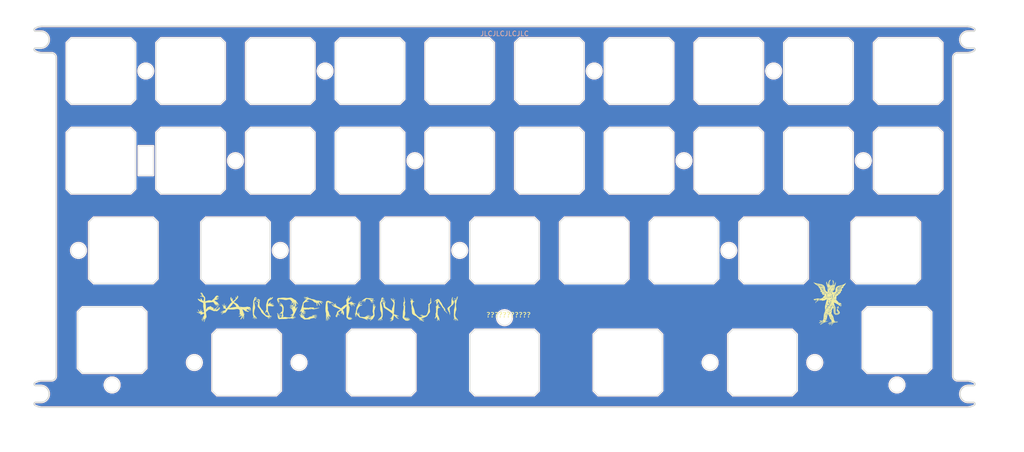
<source format=kicad_pcb>
(kicad_pcb (version 20221018) (generator pcbnew)
  (layers (0 "F.Cu" signal) (31 "B.Cu" signal) (34 "B.Paste" user) (35 "F.Paste" user) (36 "B.SilkS" user "B.Silkscreen") (37 "F.SilkS" user "F.Silkscreen") (38 "B.Mask" user) (39 "F.Mask" user) (44 "Edge.Cuts" user))
  (net 0 "")
  (net 1 "GND")
  (footprint "cipulot_parts:ecs_plate_cut_1U" (layer "F.Cu") (at 41.275 33.3375)
    (fp_text reference "REF**")
    (fp_text value "Value " hide)
    (fp_line (start -7.3 -6) (end -7.3 6) (stroke (width 0.12)) (layer "Edge.Cuts"))
    (fp_line (start -7.3 6) (end -6.3 7) (stroke (width 0.12)) (layer "Edge.Cuts"))
    (fp_line (start -6.3 -7) (end -7.3 -6) (stroke (width 0.12)) (layer "Edge.Cuts"))
    (fp_line (start -6.3 7) (end 6.3 7) (stroke (width 0.12)) (layer "Edge.Cuts"))
    (fp_line (start 6.3 -7) (end -6.3 -7) (stroke (width 0.12)) (layer "Edge.Cuts"))
    (fp_line (start 6.3 -7) (end 7.3 -6) (stroke (width 0.12)) (layer "Edge.Cuts"))
    (fp_line (start 6.3 7) (end 7.3 6) (stroke (width 0.12)) (layer "Edge.Cuts"))
    (fp_line (start 7.3 6) (end 7.3 -6) (stroke (width 0.12)) (layer "Edge.Cuts"))
  )
  (footprint "cipulot_parts:ecs_plate_cut_1U" (layer "F.Cu") (at 60.325 52.3875)
    (fp_text reference "REF**")
    (fp_text value "Value " hide)
    (fp_line (start -7.3 -6) (end -7.3 6) (stroke (width 0.12)) (layer "Edge.Cuts"))
    (fp_line (start -7.3 6) (end -6.3 7) (stroke (width 0.12)) (layer "Edge.Cuts"))
    (fp_line (start -6.3 -7) (end -7.3 -6) (stroke (width 0.12)) (layer "Edge.Cuts"))
    (fp_line (start -6.3 7) (end 6.3 7) (stroke (width 0.12)) (layer "Edge.Cuts"))
    (fp_line (start 6.3 -7) (end -6.3 -7) (stroke (width 0.12)) (layer "Edge.Cuts"))
    (fp_line (start 6.3 -7) (end 7.3 -6) (stroke (width 0.12)) (layer "Edge.Cuts"))
    (fp_line (start 6.3 7) (end 7.3 6) (stroke (width 0.12)) (layer "Edge.Cuts"))
    (fp_line (start 7.3 6) (end 7.3 -6) (stroke (width 0.12)) (layer "Edge.Cuts"))
  )
  (footprint "cipulot_parts:ecs_plate_cut_1U" (layer "F.Cu") (at 127 95.25)
    (fp_text reference "REF**")
    (fp_text value "Value " hide)
    (fp_line (start -7.3 -6) (end -7.3 6) (stroke (width 0.12)) (layer "Edge.Cuts"))
    (fp_line (start -7.3 6) (end -6.3 7) (stroke (width 0.12)) (layer "Edge.Cuts"))
    (fp_line (start -6.3 -7) (end -7.3 -6) (stroke (width 0.12)) (layer "Edge.Cuts"))
    (fp_line (start -6.3 7) (end 6.3 7) (stroke (width 0.12)) (layer "Edge.Cuts"))
    (fp_line (start 6.3 -7) (end -6.3 -7) (stroke (width 0.12)) (layer "Edge.Cuts"))
    (fp_line (start 6.3 -7) (end 7.3 -6) (stroke (width 0.12)) (layer "Edge.Cuts"))
    (fp_line (start 6.3 7) (end 7.3 6) (stroke (width 0.12)) (layer "Edge.Cuts"))
    (fp_line (start 7.3 6) (end 7.3 -6) (stroke (width 0.12)) (layer "Edge.Cuts"))
  )
  (footprint "cipulot_parts:ecs_plate_cut_1U" (layer "F.Cu") (at 60.325 33.3375)
    (fp_text reference "REF**")
    (fp_text value "Value " hide)
    (fp_line (start -7.3 -6) (end -7.3 6) (stroke (width 0.12)) (layer "Edge.Cuts"))
    (fp_line (start -7.3 6) (end -6.3 7) (stroke (width 0.12)) (layer "Edge.Cuts"))
    (fp_line (start -6.3 -7) (end -7.3 -6) (stroke (width 0.12)) (layer "Edge.Cuts"))
    (fp_line (start -6.3 7) (end 6.3 7) (stroke (width 0.12)) (layer "Edge.Cuts"))
    (fp_line (start 6.3 -7) (end -6.3 -7) (stroke (width 0.12)) (layer "Edge.Cuts"))
    (fp_line (start 6.3 -7) (end 7.3 -6) (stroke (width 0.12)) (layer "Edge.Cuts"))
    (fp_line (start 6.3 7) (end 7.3 6) (stroke (width 0.12)) (layer "Edge.Cuts"))
    (fp_line (start 7.3 6) (end 7.3 -6) (stroke (width 0.12)) (layer "Edge.Cuts"))
  )
  (footprint "cipulot_parts:ecs_plate_cut_1U" (layer "F.Cu") (at 212.725 33.3375)
    (fp_text reference "REF**")
    (fp_text value "Value " hide)
    (fp_line (start -7.3 -6) (end -7.3 6) (stroke (width 0.12)) (layer "Edge.Cuts"))
    (fp_line (start -7.3 6) (end -6.3 7) (stroke (width 0.12)) (layer "Edge.Cuts"))
    (fp_line (start -6.3 -7) (end -7.3 -6) (stroke (width 0.12)) (layer "Edge.Cuts"))
    (fp_line (start -6.3 7) (end 6.3 7) (stroke (width 0.12)) (layer "Edge.Cuts"))
    (fp_line (start 6.3 -7) (end -6.3 -7) (stroke (width 0.12)) (layer "Edge.Cuts"))
    (fp_line (start 6.3 -7) (end 7.3 -6) (stroke (width 0.12)) (layer "Edge.Cuts"))
    (fp_line (start 6.3 7) (end 7.3 6) (stroke (width 0.12)) (layer "Edge.Cuts"))
    (fp_line (start 7.3 6) (end 7.3 -6) (stroke (width 0.12)) (layer "Edge.Cuts"))
  )
  (footprint "cipulot_parts:ecs_plate_cut_1U" (layer "F.Cu") (at 146.05 71.4375)
    (fp_text reference "REF**")
    (fp_text value "Value " hide)
    (fp_line (start -7.3 -6) (end -7.3 6) (stroke (width 0.12)) (layer "Edge.Cuts"))
    (fp_line (start -7.3 6) (end -6.3 7) (stroke (width 0.12)) (layer "Edge.Cuts"))
    (fp_line (start -6.3 -7) (end -7.3 -6) (stroke (width 0.12)) (layer "Edge.Cuts"))
    (fp_line (start -6.3 7) (end 6.3 7) (stroke (width 0.12)) (layer "Edge.Cuts"))
    (fp_line (start 6.3 -7) (end -6.3 -7) (stroke (width 0.12)) (layer "Edge.Cuts"))
    (fp_line (start 6.3 -7) (end 7.3 -6) (stroke (width 0.12)) (layer "Edge.Cuts"))
    (fp_line (start 6.3 7) (end 7.3 6) (stroke (width 0.12)) (layer "Edge.Cuts"))
    (fp_line (start 7.3 6) (end 7.3 -6) (stroke (width 0.12)) (layer "Edge.Cuts"))
  )
  (footprint "cipulot_parts:ecs_plate_cut_1U" (layer "F.Cu") (at 46.0375 71.4375)
    (fp_text reference "REF**")
    (fp_text value "Value " hide)
    (fp_line (start -7.3 -6) (end -7.3 6) (stroke (width 0.12)) (layer "Edge.Cuts"))
    (fp_line (start -7.3 6) (end -6.3 7) (stroke (width 0.12)) (layer "Edge.Cuts"))
    (fp_line (start -6.3 -7) (end -7.3 -6) (stroke (width 0.12)) (layer "Edge.Cuts"))
    (fp_line (start -6.3 7) (end 6.3 7) (stroke (width 0.12)) (layer "Edge.Cuts"))
    (fp_line (start 6.3 -7) (end -6.3 -7) (stroke (width 0.12)) (layer "Edge.Cuts"))
    (fp_line (start 6.3 -7) (end 7.3 -6) (stroke (width 0.12)) (layer "Edge.Cuts"))
    (fp_line (start 6.3 7) (end 7.3 6) (stroke (width 0.12)) (layer "Edge.Cuts"))
    (fp_line (start 7.3 6) (end 7.3 -6) (stroke (width 0.12)) (layer "Edge.Cuts"))
  )
  (footprint "LOGO" (layer "F.Cu") (at 196.05625 82.55)
    (fp_text reference "G***" hide)
    (fp_text value "LOGO" hide)
  )
  (footprint "cipulot_parts:ecs_plate_cut_1U" (layer "F.Cu") (at 88.9 71.4375)
    (fp_text reference "REF**")
    (fp_text value "Value " hide)
    (fp_line (start -7.3 -6) (end -7.3 6) (stroke (width 0.12)) (layer "Edge.Cuts"))
    (fp_line (start -7.3 6) (end -6.3 7) (stroke (width 0.12)) (layer "Edge.Cuts"))
    (fp_line (start -6.3 -7) (end -7.3 -6) (stroke (width 0.12)) (layer "Edge.Cuts"))
    (fp_line (start -6.3 7) (end 6.3 7) (stroke (width 0.12)) (layer "Edge.Cuts"))
    (fp_line (start 6.3 -7) (end -6.3 -7) (stroke (width 0.12)) (layer "Edge.Cuts"))
    (fp_line (start 6.3 -7) (end 7.3 -6) (stroke (width 0.12)) (layer "Edge.Cuts"))
    (fp_line (start 6.3 7) (end 7.3 6) (stroke (width 0.12)) (layer "Edge.Cuts"))
    (fp_line (start 7.3 6) (end 7.3 -6) (stroke (width 0.12)) (layer "Edge.Cuts"))
  )
  (footprint "cipulot_parts:ecs_plate_cut_1U" (layer "F.Cu") (at 117.475 33.3375)
    (fp_text reference "REF**")
    (fp_text value "Value " hide)
    (fp_line (start -7.3 -6) (end -7.3 6) (stroke (width 0.12)) (layer "Edge.Cuts"))
    (fp_line (start -7.3 6) (end -6.3 7) (stroke (width 0.12)) (layer "Edge.Cuts"))
    (fp_line (start -6.3 -7) (end -7.3 -6) (stroke (width 0.12)) (layer "Edge.Cuts"))
    (fp_line (start -6.3 7) (end 6.3 7) (stroke (width 0.12)) (layer "Edge.Cuts"))
    (fp_line (start 6.3 -7) (end -6.3 -7) (stroke (width 0.12)) (layer "Edge.Cuts"))
    (fp_line (start 6.3 -7) (end 7.3 -6) (stroke (width 0.12)) (layer "Edge.Cuts"))
    (fp_line (start 6.3 7) (end 7.3 6) (stroke (width 0.12)) (layer "Edge.Cuts"))
    (fp_line (start 7.3 6) (end 7.3 -6) (stroke (width 0.12)) (layer "Edge.Cuts"))
  )
  (footprint "cipulot_parts:ecs_plate_cut_1U" (layer "F.Cu") (at 79.375 52.3875)
    (fp_text reference "REF**")
    (fp_text value "Value " hide)
    (fp_line (start -7.3 -6) (end -7.3 6) (stroke (width 0.12)) (layer "Edge.Cuts"))
    (fp_line (start -7.3 6) (end -6.3 7) (stroke (width 0.12)) (layer "Edge.Cuts"))
    (fp_line (start -6.3 -7) (end -7.3 -6) (stroke (width 0.12)) (layer "Edge.Cuts"))
    (fp_line (start -6.3 7) (end 6.3 7) (stroke (width 0.12)) (layer "Edge.Cuts"))
    (fp_line (start 6.3 -7) (end -6.3 -7) (stroke (width 0.12)) (layer "Edge.Cuts"))
    (fp_line (start 6.3 -7) (end 7.3 -6) (stroke (width 0.12)) (layer "Edge.Cuts"))
    (fp_line (start 6.3 7) (end 7.3 6) (stroke (width 0.12)) (layer "Edge.Cuts"))
    (fp_line (start 7.3 6) (end 7.3 -6) (stroke (width 0.12)) (layer "Edge.Cuts"))
  )
  (footprint "cipulot_parts:ecs_plate_cut_1U" (layer "F.Cu") (at 193.675 52.3875)
    (fp_text reference "REF**")
    (fp_text value "Value " hide)
    (fp_line (start -7.3 -6) (end -7.3 6) (stroke (width 0.12)) (layer "Edge.Cuts"))
    (fp_line (start -7.3 6) (end -6.3 7) (stroke (width 0.12)) (layer "Edge.Cuts"))
    (fp_line (start -6.3 -7) (end -7.3 -6) (stroke (width 0.12)) (layer "Edge.Cuts"))
    (fp_line (start -6.3 7) (end 6.3 7) (stroke (width 0.12)) (layer "Edge.Cuts"))
    (fp_line (start 6.3 -7) (end -6.3 -7) (stroke (width 0.12)) (layer "Edge.Cuts"))
    (fp_line (start 6.3 -7) (end 7.3 -6) (stroke (width 0.12)) (layer "Edge.Cuts"))
    (fp_line (start 6.3 7) (end 7.3 6) (stroke (width 0.12)) (layer "Edge.Cuts"))
    (fp_line (start 7.3 6) (end 7.3 -6) (stroke (width 0.12)) (layer "Edge.Cuts"))
  )
  (footprint "cipulot_parts:ecs_plate_cut_1U" (layer "F.Cu") (at 98.425 52.3875)
    (fp_text reference "REF**")
    (fp_text value "Value " hide)
    (fp_line (start -7.3 -6) (end -7.3 6) (stroke (width 0.12)) (layer "Edge.Cuts"))
    (fp_line (start -7.3 6) (end -6.3 7) (stroke (width 0.12)) (layer "Edge.Cuts"))
    (fp_line (start -6.3 -7) (end -7.3 -6) (stroke (width 0.12)) (layer "Edge.Cuts"))
    (fp_line (start -6.3 7) (end 6.3 7) (stroke (width 0.12)) (layer "Edge.Cuts"))
    (fp_line (start 6.3 -7) (end -6.3 -7) (stroke (width 0.12)) (layer "Edge.Cuts"))
    (fp_line (start 6.3 -7) (end 7.3 -6) (stroke (width 0.12)) (layer "Edge.Cuts"))
    (fp_line (start 6.3 7) (end 7.3 6) (stroke (width 0.12)) (layer "Edge.Cuts"))
    (fp_line (start 7.3 6) (end 7.3 -6) (stroke (width 0.12)) (layer "Edge.Cuts"))
  )
  (footprint "cipulot_parts:ecs_plate_cut_1U" (layer "F.Cu") (at 107.95 71.4375)
    (fp_text reference "REF**")
    (fp_text value "Value " hide)
    (fp_line (start -7.3 -6) (end -7.3 6) (stroke (width 0.12)) (layer "Edge.Cuts"))
    (fp_line (start -7.3 6) (end -6.3 7) (stroke (width 0.12)) (layer "Edge.Cuts"))
    (fp_line (start -6.3 -7) (end -7.3 -6) (stroke (width 0.12)) (layer "Edge.Cuts"))
    (fp_line (start -6.3 7) (end 6.3 7) (stroke (width 0.12)) (layer "Edge.Cuts"))
    (fp_line (start 6.3 -7) (end -6.3 -7) (stroke (width 0.12)) (layer "Edge.Cuts"))
    (fp_line (start 6.3 -7) (end 7.3 -6) (stroke (width 0.12)) (layer "Edge.Cuts"))
    (fp_line (start 6.3 7) (end 7.3 6) (stroke (width 0.12)) (layer "Edge.Cuts"))
    (fp_line (start 7.3 6) (end 7.3 -6) (stroke (width 0.12)) (layer "Edge.Cuts"))
  )
  (footprint "LOGO" (layer "F.Cu") (at 88.9 83.34375)
    (fp_text reference "G***" hide)
    (fp_text value "LOGO" hide)
  )
  (footprint "cipulot_parts:ecs_plate_cut_1U" (layer "F.Cu") (at 72.23125 95.25)
    (fp_text reference "REF**")
    (fp_text value "Value " hide)
    (fp_line (start -7.3 -6) (end -7.3 6) (stroke (width 0.12)) (layer "Edge.Cuts"))
    (fp_line (start -7.3 6) (end -6.3 7) (stroke (width 0.12)) (layer "Edge.Cuts"))
    (fp_line (start -6.3 -7) (end -7.3 -6) (stroke (width 0.12)) (layer "Edge.Cuts"))
    (fp_line (start -6.3 7) (end 6.3 7) (stroke (width 0.12)) (layer "Edge.Cuts"))
    (fp_line (start 6.3 -7) (end -6.3 -7) (stroke (width 0.12)) (layer "Edge.Cuts"))
    (fp_line (start 6.3 -7) (end 7.3 -6) (stroke (width 0.12)) (layer "Edge.Cuts"))
    (fp_line (start 6.3 7) (end 7.3 6) (stroke (width 0.12)) (layer "Edge.Cuts"))
    (fp_line (start 7.3 6) (end 7.3 -6) (stroke (width 0.12)) (layer "Edge.Cuts"))
  )
  (footprint "cipulot_parts:ecs_plate_cut_1U" (layer "F.Cu") (at 210.34375 90.4875)
    (fp_text reference "REF**")
    (fp_text value "Value " hide)
    (fp_line (start -7.3 -6) (end -7.3 6) (stroke (width 0.12)) (layer "Edge.Cuts"))
    (fp_line (start -7.3 6) (end -6.3 7) (stroke (width 0.12)) (layer "Edge.Cuts"))
    (fp_line (start -6.3 -7) (end -7.3 -6) (stroke (width 0.12)) (layer "Edge.Cuts"))
    (fp_line (start -6.3 7) (end 6.3 7) (stroke (width 0.12)) (layer "Edge.Cuts"))
    (fp_line (start 6.3 -7) (end -6.3 -7) (stroke (width 0.12)) (layer "Edge.Cuts"))
    (fp_line (start 6.3 -7) (end 7.3 -6) (stroke (width 0.12)) (layer "Edge.Cuts"))
    (fp_line (start 6.3 7) (end 7.3 6) (stroke (width 0.12)) (layer "Edge.Cuts"))
    (fp_line (start 7.3 6) (end 7.3 -6) (stroke (width 0.12)) (layer "Edge.Cuts"))
  )
  (footprint "cipulot_parts:ecs_plate_cut_1U" (layer "F.Cu") (at 174.625 33.3375)
    (fp_text reference "REF**")
    (fp_text value "Value " hide)
    (fp_line (start -7.3 -6) (end -7.3 6) (stroke (width 0.12)) (layer "Edge.Cuts"))
    (fp_line (start -7.3 6) (end -6.3 7) (stroke (width 0.12)) (layer "Edge.Cuts"))
    (fp_line (start -6.3 -7) (end -7.3 -6) (stroke (width 0.12)) (layer "Edge.Cuts"))
    (fp_line (start -6.3 7) (end 6.3 7) (stroke (width 0.12)) (layer "Edge.Cuts"))
    (fp_line (start 6.3 -7) (end -6.3 -7) (stroke (width 0.12)) (layer "Edge.Cuts"))
    (fp_line (start 6.3 -7) (end 7.3 -6) (stroke (width 0.12)) (layer "Edge.Cuts"))
    (fp_line (start 6.3 7) (end 7.3 6) (stroke (width 0.12)) (layer "Edge.Cuts"))
    (fp_line (start 7.3 6) (end 7.3 -6) (stroke (width 0.12)) (layer "Edge.Cuts"))
  )
  (footprint "cipulot_parts:ecs_plate_cut_1U" (layer "F.Cu") (at 207.9625 71.4375)
    (fp_text reference "REF**")
    (fp_text value "Value " hide)
    (fp_line (start -7.3 -6) (end -7.3 6) (stroke (width 0.12)) (layer "Edge.Cuts"))
    (fp_line (start -7.3 6) (end -6.3 7) (stroke (width 0.12)) (layer "Edge.Cuts"))
    (fp_line (start -6.3 -7) (end -7.3 -6) (stroke (width 0.12)) (layer "Edge.Cuts"))
    (fp_line (start -6.3 7) (end 6.3 7) (stroke (width 0.12)) (layer "Edge.Cuts"))
    (fp_line (start 6.3 -7) (end -6.3 -7) (stroke (width 0.12)) (layer "Edge.Cuts"))
    (fp_line (start 6.3 -7) (end 7.3 -6) (stroke (width 0.12)) (layer "Edge.Cuts"))
    (fp_line (start 6.3 7) (end 7.3 6) (stroke (width 0.12)) (layer "Edge.Cuts"))
    (fp_line (start 7.3 6) (end 7.3 -6) (stroke (width 0.12)) (layer "Edge.Cuts"))
  )
  (footprint "cipulot_parts:ecs_plate_cut_1U" (layer "F.Cu") (at 69.85 71.4375)
    (fp_text reference "REF**")
    (fp_text value "Value " hide)
    (fp_line (start -7.3 -6) (end -7.3 6) (stroke (width 0.12)) (layer "Edge.Cuts"))
    (fp_line (start -7.3 6) (end -6.3 7) (stroke (width 0.12)) (layer "Edge.Cuts"))
    (fp_line (start -6.3 -7) (end -7.3 -6) (stroke (width 0.12)) (layer "Edge.Cuts"))
    (fp_line (start -6.3 7) (end 6.3 7) (stroke (width 0.12)) (layer "Edge.Cuts"))
    (fp_line (start 6.3 -7) (end -6.3 -7) (stroke (width 0.12)) (layer "Edge.Cuts"))
    (fp_line (start 6.3 -7) (end 7.3 -6) (stroke (width 0.12)) (layer "Edge.Cuts"))
    (fp_line (start 6.3 7) (end 7.3 6) (stroke (width 0.12)) (layer "Edge.Cuts"))
    (fp_line (start 7.3 6) (end 7.3 -6) (stroke (width 0.12)) (layer "Edge.Cuts"))
  )
  (footprint "cipulot_parts:ecs_plate_cut_1U" (layer "F.Cu") (at 43.65625 90.4875)
    (fp_text reference "REF**")
    (fp_text value "Value " hide)
    (fp_line (start -7.3 -6) (end -7.3 6) (stroke (width 0.12)) (layer "Edge.Cuts"))
    (fp_line (start -7.3 6) (end -6.3 7) (stroke (width 0.12)) (layer "Edge.Cuts"))
    (fp_line (start -6.3 -7) (end -7.3 -6) (stroke (width 0.12)) (layer "Edge.Cuts"))
    (fp_line (start -6.3 7) (end 6.3 7) (stroke (width 0.12)) (layer "Edge.Cuts"))
    (fp_line (start 6.3 -7) (end -6.3 -7) (stroke (width 0.12)) (layer "Edge.Cuts"))
    (fp_line (start 6.3 -7) (end 7.3 -6) (stroke (width 0.12)) (layer "Edge.Cuts"))
    (fp_line (start 6.3 7) (end 7.3 6) (stroke (width 0.12)) (layer "Edge.Cuts"))
    (fp_line (start 7.3 6) (end 7.3 -6) (stroke (width 0.12)) (layer "Edge.Cuts"))
  )
  (footprint "cipulot_parts:ecs_plate_cut_1U" (layer "F.Cu") (at 153.19375 95.25)
    (fp_text reference "REF**")
    (fp_text value "Value " hide)
    (fp_line (start -7.3 -6) (end -7.3 6) (stroke (width 0.12)) (layer "Edge.Cuts"))
    (fp_line (start -7.3 6) (end -6.3 7) (stroke (width 0.12)) (layer "Edge.Cuts"))
    (fp_line (start -6.3 -7) (end -7.3 -6) (stroke (width 0.12)) (layer "Edge.Cuts"))
    (fp_line (start -6.3 7) (end 6.3 7) (stroke (width 0.12)) (layer "Edge.Cuts"))
    (fp_line (start 6.3 -7) (end -6.3 -7) (stroke (width 0.12)) (layer "Edge.Cuts"))
    (fp_line (start 6.3 -7) (end 7.3 -6) (stroke (width 0.12)) (layer "Edge.Cuts"))
    (fp_line (start 6.3 7) (end 7.3 6) (stroke (width 0.12)) (layer "Edge.Cuts"))
    (fp_line (start 7.3 6) (end 7.3 -6) (stroke (width 0.12)) (layer "Edge.Cuts"))
  )
  (footprint "cipulot_parts:ecs_plate_cut_1U" (layer "F.Cu") (at 155.575 52.3875)
    (fp_text reference "REF**")
    (fp_text value "Value " hide)
    (fp_line (start -7.3 -6) (end -7.3 6) (stroke (width 0.12)) (layer "Edge.Cuts"))
    (fp_line (start -7.3 6) (end -6.3 7) (stroke (width 0.12)) (layer "Edge.Cuts"))
    (fp_line (start -6.3 -7) (end -7.3 -6) (stroke (width 0.12)) (layer "Edge.Cuts"))
    (fp_line (start -6.3 7) (end 6.3 7) (stroke (width 0.12)) (layer "Edge.Cuts"))
    (fp_line (start 6.3 -7) (end -6.3 -7) (stroke (width 0.12)) (layer "Edge.Cuts"))
    (fp_line (start 6.3 -7) (end 7.3 -6) (stroke (width 0.12)) (layer "Edge.Cuts"))
    (fp_line (start 6.3 7) (end 7.3 6) (stroke (width 0.12)) (layer "Edge.Cuts"))
    (fp_line (start 7.3 6) (end 7.3 -6) (stroke (width 0.12)) (layer "Edge.Cuts"))
  )
  (footprint "cipulot_parts:ecs_plate_cut_1U" (layer "F.Cu") (at 136.525 52.3875)
    (fp_text reference "REF**")
    (fp_text value "Value " hide)
    (fp_line (start -7.3 -6) (end -7.3 6) (stroke (width 0.12)) (layer "Edge.Cuts"))
    (fp_line (start -7.3 6) (end -6.3 7) (stroke (width 0.12)) (layer "Edge.Cuts"))
    (fp_line (start -6.3 -7) (end -7.3 -6) (stroke (width 0.12)) (layer "Edge.Cuts"))
    (fp_line (start -6.3 7) (end 6.3 7) (stroke (width 0.12)) (layer "Edge.Cuts"))
    (fp_line (start 6.3 -7) (end -6.3 -7) (stroke (width 0.12)) (layer "Edge.Cuts"))
    (fp_line (start 6.3 -7) (end 7.3 -6) (stroke (width 0.12)) (layer "Edge.Cuts"))
    (fp_line (start 6.3 7) (end 7.3 6) (stroke (width 0.12)) (layer "Edge.Cuts"))
    (fp_line (start 7.3 6) (end 7.3 -6) (stroke (width 0.12)) (layer "Edge.Cuts"))
  )
  (footprint "cipulot_parts:ecs_plate_cut_1U" (layer "F.Cu") (at 184.15 71.4375)
    (fp_text reference "REF**")
    (fp_text value "Value " hide)
    (fp_line (start -7.3 -6) (end -7.3 6) (stroke (width 0.12)) (layer "Edge.Cuts"))
    (fp_line (start -7.3 6) (end -6.3 7) (stroke (width 0.12)) (layer "Edge.Cuts"))
    (fp_line (start -6.3 -7) (end -7.3 -6) (stroke (width 0.12)) (layer "Edge.Cuts"))
    (fp_line (start -6.3 7) (end 6.3 7) (stroke (width 0.12)) (layer "Edge.Cuts"))
    (fp_line (start 6.3 -7) (end -6.3 -7) (stroke (width 0.12)) (layer "Edge.Cuts"))
    (fp_line (start 6.3 -7) (end 7.3 -6) (stroke (width 0.12)) (layer "Edge.Cuts"))
    (fp_line (start 6.3 7) (end 7.3 6) (stroke (width 0.12)) (layer "Edge.Cuts"))
    (fp_line (start 7.3 6) (end 7.3 -6) (stroke (width 0.12)) (layer "Edge.Cuts"))
  )
  (footprint "cipulot_parts:ecs_plate_cut_1U" (layer "F.Cu") (at 181.76875 95.25)
    (fp_text reference "REF**")
    (fp_text value "Value " hide)
    (fp_line (start -7.3 -6) (end -7.3 6) (stroke (width 0.12)) (layer "Edge.Cuts"))
    (fp_line (start -7.3 6) (end -6.3 7) (stroke (width 0.12)) (layer "Edge.Cuts"))
    (fp_line (start -6.3 -7) (end -7.3 -6) (stroke (width 0.12)) (layer "Edge.Cuts"))
    (fp_line (start -6.3 7) (end 6.3 7) (stroke (width 0.12)) (layer "Edge.Cuts"))
    (fp_line (start 6.3 -7) (end -6.3 -7) (stroke (width 0.12)) (layer "Edge.Cuts"))
    (fp_line (start 6.3 -7) (end 7.3 -6) (stroke (width 0.12)) (layer "Edge.Cuts"))
    (fp_line (start 6.3 7) (end 7.3 6) (stroke (width 0.12)) (layer "Edge.Cuts"))
    (fp_line (start 7.3 6) (end 7.3 -6) (stroke (width 0.12)) (layer "Edge.Cuts"))
  )
  (footprint "cipulot_parts:ecs_plate_cut_1U" (layer "F.Cu") (at 136.525 33.3375)
    (fp_text reference "REF**")
    (fp_text value "Value " hide)
    (fp_line (start -7.3 -6) (end -7.3 6) (stroke (width 0.12)) (layer "Edge.Cuts"))
    (fp_line (start -7.3 6) (end -6.3 7) (stroke (width 0.12)) (layer "Edge.Cuts"))
    (fp_line (start -6.3 -7) (end -7.3 -6) (stroke (width 0.12)) (layer "Edge.Cuts"))
    (fp_line (start -6.3 7) (end 6.3 7) (stroke (width 0.12)) (layer "Edge.Cuts"))
    (fp_line (start 6.3 -7) (end -6.3 -7) (stroke (width 0.12)) (layer "Edge.Cuts"))
    (fp_line (start 6.3 -7) (end 7.3 -6) (stroke (width 0.12)) (layer "Edge.Cuts"))
    (fp_line (start 6.3 7) (end 7.3 6) (stroke (width 0.12)) (layer "Edge.Cuts"))
    (fp_line (start 7.3 6) (end 7.3 -6) (stroke (width 0.12)) (layer "Edge.Cuts"))
  )
  (footprint "cipulot_parts:ecs_plate_cut_1U" (layer "F.Cu") (at 165.1 71.4375)
    (fp_text reference "REF**")
    (fp_text value "Value " hide)
    (fp_line (start -7.3 -6) (end -7.3 6) (stroke (width 0.12)) (layer "Edge.Cuts"))
    (fp_line (start -7.3 6) (end -6.3 7) (stroke (width 0.12)) (layer "Edge.Cuts"))
    (fp_line (start -6.3 -7) (end -7.3 -6) (stroke (width 0.12)) (layer "Edge.Cuts"))
    (fp_line (start -6.3 7) (end 6.3 7) (stroke (width 0.12)) (layer "Edge.Cuts"))
    (fp_line (start 6.3 -7) (end -6.3 -7) (stroke (width 0.12)) (layer "Edge.Cuts"))
    (fp_line (start 6.3 -7) (end 7.3 -6) (stroke (width 0.12)) (layer "Edge.Cuts"))
    (fp_line (start 6.3 7) (end 7.3 6) (stroke (width 0.12)) (layer "Edge.Cuts"))
    (fp_line (start 7.3 6) (end 7.3 -6) (stroke (width 0.12)) (layer "Edge.Cuts"))
  )
  (footprint "cipulot_parts:ecs_plate_cut_1U" (layer "F.Cu") (at 117.475 52.3875)
    (fp_text reference "REF**")
    (fp_text value "Value " hide)
    (fp_line (start -7.3 -6) (end -7.3 6) (stroke (width 0.12)) (layer "Edge.Cuts"))
    (fp_line (start -7.3 6) (end -6.3 7) (stroke (width 0.12)) (layer "Edge.Cuts"))
    (fp_line (start -6.3 -7) (end -7.3 -6) (stroke (width 0.12)) (layer "Edge.Cuts"))
    (fp_line (start -6.3 7) (end 6.3 7) (stroke (width 0.12)) (layer "Edge.Cuts"))
    (fp_line (start 6.3 -7) (end -6.3 -7) (stroke (width 0.12)) (layer "Edge.Cuts"))
    (fp_line (start 6.3 -7) (end 7.3 -6) (stroke (width 0.12)) (layer "Edge.Cuts"))
    (fp_line (start 6.3 7) (end 7.3 6) (stroke (width 0.12)) (layer "Edge.Cuts"))
    (fp_line (start 7.3 6) (end 7.3 -6) (stroke (width 0.12)) (layer "Edge.Cuts"))
  )
  (footprint "cipulot_parts:ecs_plate_cut_1U" (layer "F.Cu") (at 155.575 33.3375)
    (fp_text reference "REF**")
    (fp_text value "Value " hide)
    (fp_line (start -7.3 -6) (end -7.3 6) (stroke (width 0.12)) (layer "Edge.Cuts"))
    (fp_line (start -7.3 6) (end -6.3 7) (stroke (width 0.12)) (layer "Edge.Cuts"))
    (fp_line (start -6.3 -7) (end -7.3 -6) (stroke (width 0.12)) (layer "Edge.Cuts"))
    (fp_line (start -6.3 7) (end 6.3 7) (stroke (width 0.12)) (layer "Edge.Cuts"))
    (fp_line (start 6.3 -7) (end -6.3 -7) (stroke (width 0.12)) (layer "Edge.Cuts"))
    (fp_line (start 6.3 -7) (end 7.3 -6) (stroke (width 0.12)) (layer "Edge.Cuts"))
    (fp_line (start 6.3 7) (end 7.3 6) (stroke (width 0.12)) (layer "Edge.Cuts"))
    (fp_line (start 7.3 6) (end 7.3 -6) (stroke (width 0.12)) (layer "Edge.Cuts"))
  )
  (footprint "cipulot_parts:ecs_plate_cut_1U" (layer "F.Cu") (at 100.80625 95.25)
    (fp_text reference "REF**")
    (fp_text value "Value " hide)
    (fp_line (start -7.3 -6) (end -7.3 6) (stroke (width 0.12)) (layer "Edge.Cuts"))
    (fp_line (start -7.3 6) (end -6.3 7) (stroke (width 0.12)) (layer "Edge.Cuts"))
    (fp_line (start -6.3 -7) (end -7.3 -6) (stroke (width 0.12)) (layer "Edge.Cuts"))
    (fp_line (start -6.3 7) (end 6.3 7) (stroke (width 0.12)) (layer "Edge.Cuts"))
    (fp_line (start 6.3 -7) (end -6.3 -7) (stroke (width 0.12)) (layer "Edge.Cuts"))
    (fp_line (start 6.3 -7) (end 7.3 -6) (stroke (width 0.12)) (layer "Edge.Cuts"))
    (fp_line (start 6.3 7) (end 7.3 6) (stroke (width 0.12)) (layer "Edge.Cuts"))
    (fp_line (start 7.3 6) (end 7.3 -6) (stroke (width 0.12)) (layer "Edge.Cuts"))
  )
  (footprint "cipulot_parts:ecs_plate_cut_1U" (layer "F.Cu") (at 98.425 33.3375)
    (fp_text reference "REF**")
    (fp_text value "Value " hide)
    (fp_line (start -7.3 -6) (end -7.3 6) (stroke (width 0.12)) (layer "Edge.Cuts"))
    (fp_line (start -7.3 6) (end -6.3 7) (stroke (width 0.12)) (layer "Edge.Cuts"))
    (fp_line (start -6.3 -7) (end -7.3 -6) (stroke (width 0.12)) (layer "Edge.Cuts"))
    (fp_line (start -6.3 7) (end 6.3 7) (stroke (width 0.12)) (layer "Edge.Cuts"))
    (fp_line (start 6.3 -7) (end -6.3 -7) (stroke (width 0.12)) (layer "Edge.Cuts"))
    (fp_line (start 6.3 -7) (end 7.3 -6) (stroke (width 0.12)) (layer "Edge.Cuts"))
    (fp_line (start 6.3 7) (end 7.3 6) (stroke (width 0.12)) (layer "Edge.Cuts"))
    (fp_line (start 7.3 6) (end 7.3 -6) (stroke (width 0.12)) (layer "Edge.Cuts"))
  )
  (footprint "cipulot_parts:ecs_plate_cut_1U" (layer "F.Cu") (at 174.625 52.3875)
    (fp_text reference "REF**")
    (fp_text value "Value " hide)
    (fp_line (start -7.3 -6) (end -7.3 6) (stroke (width 0.12)) (layer "Edge.Cuts"))
    (fp_line (start -7.3 6) (end -6.3 7) (stroke (width 0.12)) (layer "Edge.Cuts"))
    (fp_line (start -6.3 -7) (end -7.3 -6) (stroke (width 0.12)) (layer "Edge.Cuts"))
    (fp_line (start -6.3 7) (end 6.3 7) (stroke (width 0.12)) (layer "Edge.Cuts"))
    (fp_line (start 6.3 -7) (end -6.3 -7) (stroke (width 0.12)) (layer "Edge.Cuts"))
    (fp_line (start 6.3 -7) (end 7.3 -6) (stroke (width 0.12)) (layer "Edge.Cuts"))
    (fp_line (start 6.3 7) (end 7.3 6) (stroke (width 0.12)) (layer "Edge.Cuts"))
    (fp_line (start 7.3 6) (end 7.3 -6) (stroke (width 0.12)) (layer "Edge.Cuts"))
  )
  (footprint "cipulot_parts:ecs_plate_cut_1U" (layer "F.Cu") (at 127 71.4375)
    (fp_text reference "REF**")
    (fp_text value "Value " hide)
    (fp_line (start -7.3 -6) (end -7.3 6) (stroke (width 0.12)) (layer "Edge.Cuts"))
    (fp_line (start -7.3 6) (end -6.3 7) (stroke (width 0.12)) (layer "Edge.Cuts"))
    (fp_line (start -6.3 -7) (end -7.3 -6) (stroke (width 0.12)) (layer "Edge.Cuts"))
    (fp_line (start -6.3 7) (end 6.3 7) (stroke (width 0.12)) (layer "Edge.Cuts"))
    (fp_line (start 6.3 -7) (end -6.3 -7) (stroke (width 0.12)) (layer "Edge.Cuts"))
    (fp_line (start 6.3 -7) (end 7.3 -6) (stroke (width 0.12)) (layer "Edge.Cuts"))
    (fp_line (start 6.3 7) (end 7.3 6) (stroke (width 0.12)) (layer "Edge.Cuts"))
    (fp_line (start 7.3 6) (end 7.3 -6) (stroke (width 0.12)) (layer "Edge.Cuts"))
  )
  (footprint "cipulot_parts:ecs_plate_cut_1U" (layer "F.Cu") (at 41.275 52.3875)
    (fp_text reference "REF**")
    (fp_text value "Value " hide)
    (fp_line (start -7.3 -6) (end -7.3 6) (stroke (width 0.12)) (layer "Edge.Cuts"))
    (fp_line (start -7.3 6) (end -6.3 7) (stroke (width 0.12)) (layer "Edge.Cuts"))
    (fp_line (start -6.3 -7) (end -7.3 -6) (stroke (width 0.12)) (layer "Edge.Cuts"))
    (fp_line (start -6.3 7) (end 6.3 7) (stroke (width 0.12)) (layer "Edge.Cuts"))
    (fp_line (start 6.3 -7) (end -6.3 -7) (stroke (width 0.12)) (layer "Edge.Cuts"))
    (fp_line (start 6.3 -7) (end 7.3 -6) (stroke (width 0.12)) (layer "Edge.Cuts"))
    (fp_line (start 6.3 7) (end 7.3 6) (stroke (width 0.12)) (layer "Edge.Cuts"))
    (fp_line (start 7.3 6) (end 7.3 -6) (stroke (width 0.12)) (layer "Edge.Cuts"))
  )
  (footprint "cipulot_parts:ecs_plate_cut_1U" (layer "F.Cu") (at 79.375 33.3375)
    (fp_text reference "REF**")
    (fp_text value "Value " hide)
    (fp_line (start -7.3 -6) (end -7.3 6) (stroke (width 0.12)) (layer "Edge.Cuts"))
    (fp_line (start -7.3 6) (end -6.3 7) (stroke (width 0.12)) (layer "Edge.Cuts"))
    (fp_line (start -6.3 -7) (end -7.3 -6) (stroke (width 0.12)) (layer "Edge.Cuts"))
    (fp_line (start -6.3 7) (end 6.3 7) (stroke (width 0.12)) (layer "Edge.Cuts"))
    (fp_line (start 6.3 -7) (end -6.3 -7) (stroke (width 0.12)) (layer "Edge.Cuts"))
    (fp_line (start 6.3 -7) (end 7.3 -6) (stroke (width 0.12)) (layer "Edge.Cuts"))
    (fp_line (start 6.3 7) (end 7.3 6) (stroke (width 0.12)) (layer "Edge.Cuts"))
    (fp_line (start 7.3 6) (end 7.3 -6) (stroke (width 0.12)) (layer "Edge.Cuts"))
  )
  (footprint "cipulot_parts:ecs_plate_cut_1U" (layer "F.Cu") (at 193.675 33.3375)
    (fp_text reference "REF**")
    (fp_text value "Value " hide)
    (fp_line (start -7.3 -6) (end -7.3 6) (stroke (width 0.12)) (layer "Edge.Cuts"))
    (fp_line (start -7.3 6) (end -6.3 7) (stroke (width 0.12)) (layer "Edge.Cuts"))
    (fp_line (start -6.3 -7) (end -7.3 -6) (stroke (width 0.12)) (layer "Edge.Cuts"))
    (fp_line (start -6.3 7) (end 6.3 7) (stroke (width 0.12)) (layer "Edge.Cuts"))
    (fp_line (start 6.3 -7) (end -6.3 -7) (stroke (width 0.12)) (layer "Edge.Cuts"))
    (fp_line (start 6.3 -7) (end 7.3 -6) (stroke (width 0.12)) (layer "Edge.Cuts"))
    (fp_line (start 6.3 7) (end 7.3 6) (stroke (width 0.12)) (layer "Edge.Cuts"))
    (fp_line (start 7.3 6) (end 7.3 -6) (stroke (width 0.12)) (layer "Edge.Cuts"))
  )
  (footprint "cipulot_parts:ecs_plate_cut_1U" (layer "F.Cu") (at 212.725 52.3875)
    (fp_text reference "REF**")
    (fp_text value "Value " hide)
    (fp_line (start -7.3 -6) (end -7.3 6) (stroke (width 0.12)) (layer "Edge.Cuts"))
    (fp_line (start -7.3 6) (end -6.3 7) (stroke (width 0.12)) (layer "Edge.Cuts"))
    (fp_line (start -6.3 -7) (end -7.3 -6) (stroke (width 0.12)) (layer "Edge.Cuts"))
    (fp_line (start -6.3 7) (end 6.3 7) (stroke (width 0.12)) (layer "Edge.Cuts"))
    (fp_line (start 6.3 -7) (end -6.3 -7) (stroke (width 0.12)) (layer "Edge.Cuts"))
    (fp_line (start 6.3 -7) (end 7.3 -6) (stroke (width 0.12)) (layer "Edge.Cuts"))
    (fp_line (start 6.3 7) (end 7.3 6) (stroke (width 0.12)) (layer "Edge.Cuts"))
    (fp_line (start 7.3 6) (end 7.3 -6) (stroke (width 0.12)) (layer "Edge.Cuts"))
  )
  (gr_arc (start 222.25 30.5125) (mid 222.542893 29.805393) (end 223.25 29.5125) (stroke (width 0.2)) (layer "Edge.Cuts"))
  (gr_line (start 28.75 29.5125) (end 30.75 29.5125) (stroke (width 0.2)) (layer "Edge.Cuts"))
  (gr_arc (start 27.203629 24.2685) (mid 27.943898 23.928876) (end 28.75 23.8125) (stroke (width 0.2)) (layer "Edge.Cuts"))
  (gr_arc (start 225.25 99.075) (mid 226.056102 99.191376) (end 226.796371 99.531) (stroke (width 0.2)) (layer "Edge.Cuts"))
  (gr_circle (center 61.11875 95.25) (end 61.11875 93.6625) (stroke (width 0.1)) (fill none) (layer "Edge.Cuts"))
  (gr_circle (center 210.34375 100.0125) (end 210.34375 98.425) (stroke (width 0.1)) (fill none) (layer "Edge.Cuts"))
  (gr_circle (center 192.88125 95.25) (end 192.88125 93.6625) (stroke (width 0.1)) (fill none) (layer "Edge.Cuts"))
  (gr_line (start 27.393534 24.9125) (end 28.500556 24.9125) (stroke (width 0.2)) (layer "Edge.Cuts"))
  (gr_circle (center 43.65625 100.0125) (end 43.65625 98.425) (stroke (width 0.1)) (fill none) (layer "Edge.Cuts"))
  (gr_circle (center 165.1 52.3875) (end 165.1 50.8) (stroke (width 0.1)) (fill none) (layer "Edge.Cuts"))
  (gr_line (start 226.606464 28.4125) (end 225.499442 28.4125) (stroke (width 0.2)) (layer "Edge.Cuts"))
  (gr_arc (start 226.796371 99.531) (mid 226.94219 99.923992) (end 226.606466 100.175) (stroke (width 0.2)) (layer "Edge.Cuts"))
  (gr_circle (center 36.5125 71.4375) (end 36.5125 69.85) (stroke (width 0.1)) (fill none) (layer "Edge.Cuts"))
  (gr_arc (start 27.393534 100.175) (mid 27.057794 99.924004) (end 27.203628 99.531) (stroke (width 0.2)) (layer "Edge.Cuts"))
  (gr_circle (center 107.95 52.3875) (end 107.95 50.8) (stroke (width 0.1)) (fill none) (layer "Edge.Cuts"))
  (gr_circle (center 83.34375 95.25) (end 83.34375 93.6625) (stroke (width 0.1)) (fill none) (layer "Edge.Cuts"))
  (gr_line (start 225.499442 24.9125) (end 226.606464 24.9125) (stroke (width 0.2)) (layer "Edge.Cuts"))
  (gr_arc (start 28.500555 100.175) (mid 30.25056 101.925) (end 28.500555 103.675) (stroke (width 0.2)) (layer "Edge.Cuts"))
  (gr_arc (start 27.203629 29.0565) (mid 27.057812 28.663501) (end 27.393534 28.4125) (stroke (width 0.2)) (layer "Edge.Cuts"))
  (gr_arc (start 223.25 99.075) (mid 222.542893 98.782107) (end 222.25 98.075) (stroke (width 0.2)) (layer "Edge.Cuts"))
  (gr_line (start 222.25 98.075) (end 222.25 30.5125) (stroke (width 0.2)) (layer "Edge.Cuts"))
  (gr_line (start 226.606466 103.675) (end 225.499444 103.675) (stroke (width 0.2)) (layer "Edge.Cuts"))
  (gr_circle (center 88.9 33.3375) (end 88.9 31.75) (stroke (width 0.1)) (fill none) (layer "Edge.Cuts"))
  (gr_circle (center 50.8 33.3375) (end 50.8 31.75) (stroke (width 0.1)) (fill none) (layer "Edge.Cuts"))
  (gr_arc (start 226.796371 104.319) (mid 226.056102 104.658624) (end 225.25 104.775) (stroke (width 0.2)) (layer "Edge.Cuts"))
  (gr_line (start 30.75 99.075) (end 28.75 99.075) (stroke (width 0.2)) (layer "Edge.Cuts"))
  (gr_circle (center 203.2 52.3875) (end 203.2 50.8) (stroke (width 0.1)) (fill none) (layer "Edge.Cuts"))
  (gr_line (start 28.500555 103.675) (end 27.393534 103.675) (stroke (width 0.2)) (layer "Edge.Cuts"))
  (gr_arc (start 225.499444 103.675) (mid 223.7494 101.925) (end 225.499444 100.175) (stroke (width 0.2)) (layer "Edge.Cuts"))
  (gr_arc (start 31.75 98.075) (mid 31.457107 98.782107) (end 30.75 99.075) (stroke (width 0.2)) (layer "Edge.Cuts"))
  (gr_arc (start 226.796369 29.0565) (mid 226.0561 29.396123) (end 225.249998 29.5125) (stroke (width 0.2)) (layer "Edge.Cuts"))
  (gr_line (start 28.75 104.775) (end 225.25 104.775) (stroke (width 0.2)) (layer "Edge.Cuts"))
  (gr_rect (start 49.241432 49.276087) (end 52.377856 55.4739) (stroke (width 0.1)) (fill none) (layer "Edge.Cuts"))
  (gr_arc (start 225.499442 28.4125) (mid 223.7494 26.6625) (end 225.499442 24.9125) (stroke (width 0.2)) (layer "Edge.Cuts"))
  (gr_line (start 31.75 30.5125) (end 31.75 98.075) (stroke (width 0.2)) (layer "Edge.Cuts"))
  (gr_arc (start 27.203628 104.319) (mid 27.057812 103.926001) (end 27.393534 103.675) (stroke (width 0.2)) (layer "Edge.Cuts"))
  (gr_arc (start 30.75 29.5125) (mid 31.457107 29.805393) (end 31.75 30.5125) (stroke (width 0.2)) (layer "Edge.Cuts"))
  (gr_circle (center 184.15 33.3375) (end 184.15 31.75) (stroke (width 0.1)) (fill none) (layer "Edge.Cuts"))
  (gr_line (start 225.25 99.075) (end 223.25 99.075) (stroke (width 0.2)) (layer "Edge.Cuts"))
  (gr_arc (start 226.606466 103.675) (mid 226.942207 103.926003) (end 226.796371 104.319) (stroke (width 0.2)) (layer "Edge.Cuts"))
  (gr_circle (center 117.475 71.4375) (end 117.475 69.85) (stroke (width 0.1)) (fill none) (layer "Edge.Cuts"))
  (gr_line (start 223.25 29.5125) (end 225.249998 29.5125) (stroke (width 0.2)) (layer "Edge.Cuts"))
  (gr_arc (start 28.75 104.775) (mid 27.943898 104.658624) (end 27.203628 104.319) (stroke (width 0.2)) (layer "Edge.Cuts"))
  (gr_arc (start 28.75 29.5125) (mid 27.943898 29.396124) (end 27.203629 29.0565) (stroke (width 0.2)) (layer "Edge.Cuts"))
  (gr_circle (center 79.375 71.4375) (end 79.375 69.85) (stroke (width 0.1)) (fill none) (layer "Edge.Cuts"))
  (gr_arc (start 27.393534 24.9125) (mid 27.057795 24.661504) (end 27.203629 24.2685) (stroke (width 0.2)) (layer "Edge.Cuts"))
  (gr_line (start 27.393534 100.175) (end 28.500555 100.175) (stroke (width 0.2)) (layer "Edge.Cuts"))
  (gr_line (start 28.500556 28.4125) (end 27.393534 28.4125) (stroke (width 0.2)) (layer "Edge.Cuts"))
  (gr_arc (start 226.796369 24.2685) (mid 226.942189 24.661492) (end 226.606464 24.9125) (stroke (width 0.2)) (layer "Edge.Cuts"))
  (gr_circle (center 170.65625 95.25) (end 170.65625 93.6625) (stroke (width 0.1)) (fill none) (layer "Edge.Cuts"))
  (gr_arc (start 226.606464 28.4125) (mid 226.942207 28.663502) (end 226.796369 29.0565) (stroke (width 0.2)) (layer "Edge.Cuts"))
  (gr_arc (start 28.500556 24.9125) (mid 30.25056 26.6625) (end 28.500556 28.4125) (stroke (width 0.2)) (layer "Edge.Cuts"))
  (gr_circle (center 127 85.725) (end 127 84.1375) (stroke (width 0.1)) (fill none) (layer "Edge.Cuts"))
  (gr_arc (start 27.203628 99.531) (mid 27.943898 99.191376) (end 28.75 99.075) (stroke (width 0.2)) (layer "Edge.Cuts"))
  (gr_circle (center 69.85 52.3875) (end 69.85 50.8) (stroke (width 0.1)) (fill none) (layer "Edge.Cuts"))
  (gr_circle (center 174.625 71.4375) (end 174.625 69.85) (stroke (width 0.1)) (fill none) (layer "Edge.Cuts"))
  (gr_circle (center 146.05 33.3375) (end 146.05 31.75) (stroke (width 0.1)) (fill none) (layer "Edge.Cuts"))
  (gr_line (start 225.25 23.8125) (end 28.75 23.8125) (stroke (width 0.2)) (layer "Edge.Cuts"))
  (gr_arc (start 225.25 23.8125) (mid 226.056101 23.928876) (end 226.796369 24.2685) (stroke (width 0.2)) (layer "Edge.Cuts"))
  (gr_line (start 225.499444 100.175) (end 226.606466 100.175) (stroke (width 0.2)) (layer "Edge.Cuts"))
  (gr_text "JLCJLCJLCJLC" (at 127 25.4) (layer "B.SilkS") (effects (font (size 1 1))))
  (gr_text "𝔓𝔞𝔫𝔡𝔢𝔪𝔬𝔫𝔦𝔲𝔪" (at 123.03125 85.725) (layer "F.SilkS") (effects (font (size 1 1)) (justify left bottom)))
  (zone (net 1) (net_name "GND") (layers "F&B.Cu") (connect_pads (clearance 0)) (min_thickness 0.025) (fill yes (thermal_gap 0.5) (thermal_bridge_width 0.5) (island_removal_mode 1) (island_area_min 10))
    (polygon (pts (xy 19.84375 18.25625) (xy 237.33125 18.25625) (xy 237.33125 114.3) (xy 19.84375 114.3)))
  )
)
</source>
